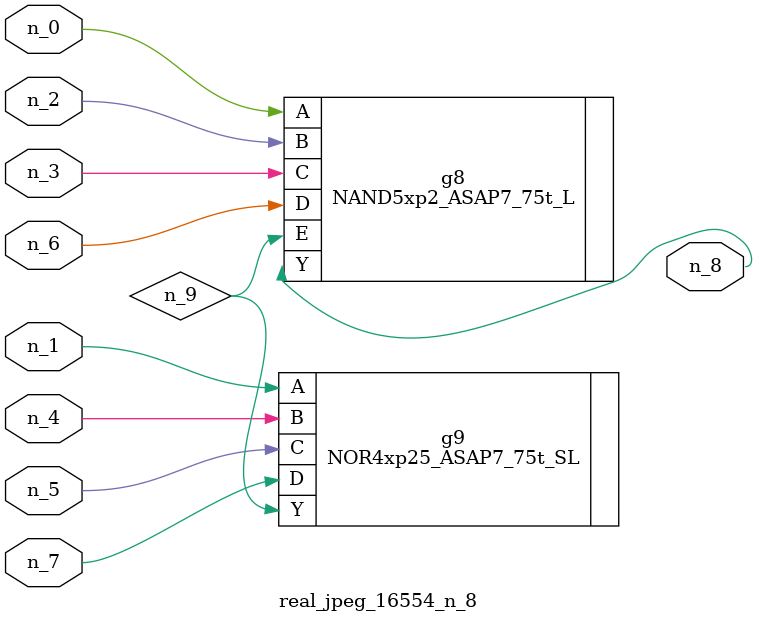
<source format=v>
module real_jpeg_16554_n_8 (n_5, n_4, n_0, n_1, n_2, n_6, n_7, n_3, n_8);

input n_5;
input n_4;
input n_0;
input n_1;
input n_2;
input n_6;
input n_7;
input n_3;

output n_8;

wire n_9;

NAND5xp2_ASAP7_75t_L g8 ( 
.A(n_0),
.B(n_2),
.C(n_3),
.D(n_6),
.E(n_9),
.Y(n_8)
);

NOR4xp25_ASAP7_75t_SL g9 ( 
.A(n_1),
.B(n_4),
.C(n_5),
.D(n_7),
.Y(n_9)
);


endmodule
</source>
